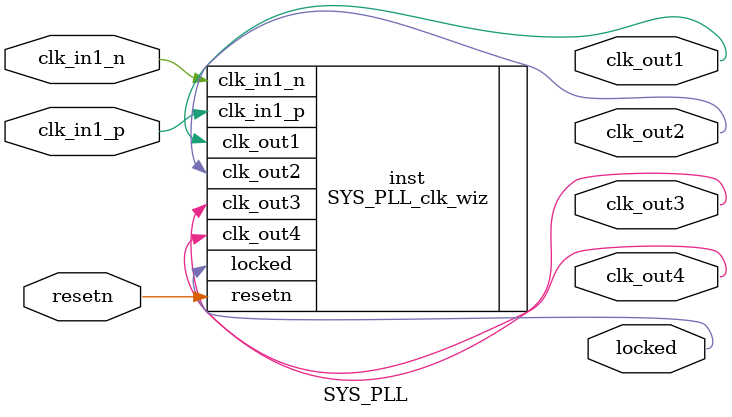
<source format=v>


`timescale 1ps/1ps

(* CORE_GENERATION_INFO = "SYS_PLL,clk_wiz_v6_0_2_0_0,{component_name=SYS_PLL,use_phase_alignment=true,use_min_o_jitter=false,use_max_i_jitter=false,use_dyn_phase_shift=false,use_inclk_switchover=false,use_dyn_reconfig=false,enable_axi=0,feedback_source=FDBK_AUTO,PRIMITIVE=MMCM,num_out_clk=4,clkin1_period=8.000,clkin2_period=10.000,use_power_down=false,use_reset=true,use_locked=true,use_inclk_stopped=false,feedback_type=SINGLE,CLOCK_MGR_TYPE=NA,manual_override=false}" *)

module SYS_PLL 
 (
  // Clock out ports
  output        clk_out1,
  output        clk_out2,
  output        clk_out3,
  output        clk_out4,
  // Status and control signals
  input         resetn,
  output        locked,
 // Clock in ports
  input         clk_in1_p,
  input         clk_in1_n
 );

  SYS_PLL_clk_wiz inst
  (
  // Clock out ports  
  .clk_out1(clk_out1),
  .clk_out2(clk_out2),
  .clk_out3(clk_out3),
  .clk_out4(clk_out4),
  // Status and control signals               
  .resetn(resetn), 
  .locked(locked),
 // Clock in ports
  .clk_in1_p(clk_in1_p),
  .clk_in1_n(clk_in1_n)
  );

endmodule

</source>
